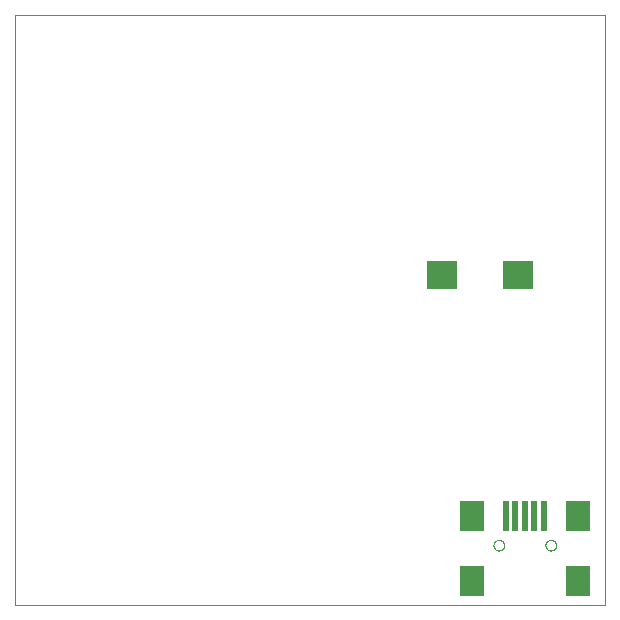
<source format=gtp>
G75*
%MOIN*%
%OFA0B0*%
%FSLAX25Y25*%
%IPPOS*%
%LPD*%
%AMOC8*
5,1,8,0,0,1.08239X$1,22.5*
%
%ADD10C,0.00000*%
%ADD11R,0.10236X0.09449*%
%ADD12R,0.01969X0.09843*%
%ADD13R,0.07874X0.09843*%
D10*
X0001800Y0023186D02*
X0001800Y0220037D01*
X0198650Y0220037D01*
X0198650Y0023186D01*
X0001800Y0023186D01*
X0161367Y0043186D02*
X0161369Y0043270D01*
X0161375Y0043353D01*
X0161385Y0043436D01*
X0161399Y0043519D01*
X0161416Y0043601D01*
X0161438Y0043682D01*
X0161463Y0043761D01*
X0161492Y0043840D01*
X0161525Y0043917D01*
X0161561Y0043992D01*
X0161601Y0044066D01*
X0161644Y0044138D01*
X0161691Y0044207D01*
X0161741Y0044274D01*
X0161794Y0044339D01*
X0161850Y0044401D01*
X0161908Y0044461D01*
X0161970Y0044518D01*
X0162034Y0044571D01*
X0162101Y0044622D01*
X0162170Y0044669D01*
X0162241Y0044714D01*
X0162314Y0044754D01*
X0162389Y0044791D01*
X0162466Y0044825D01*
X0162544Y0044855D01*
X0162623Y0044881D01*
X0162704Y0044904D01*
X0162786Y0044922D01*
X0162868Y0044937D01*
X0162951Y0044948D01*
X0163034Y0044955D01*
X0163118Y0044958D01*
X0163202Y0044957D01*
X0163285Y0044952D01*
X0163369Y0044943D01*
X0163451Y0044930D01*
X0163533Y0044914D01*
X0163614Y0044893D01*
X0163695Y0044869D01*
X0163773Y0044841D01*
X0163851Y0044809D01*
X0163927Y0044773D01*
X0164001Y0044734D01*
X0164073Y0044692D01*
X0164143Y0044646D01*
X0164211Y0044597D01*
X0164276Y0044545D01*
X0164339Y0044490D01*
X0164399Y0044432D01*
X0164457Y0044371D01*
X0164511Y0044307D01*
X0164563Y0044241D01*
X0164611Y0044173D01*
X0164656Y0044102D01*
X0164697Y0044029D01*
X0164736Y0043955D01*
X0164770Y0043879D01*
X0164801Y0043801D01*
X0164828Y0043722D01*
X0164852Y0043641D01*
X0164871Y0043560D01*
X0164887Y0043478D01*
X0164899Y0043395D01*
X0164907Y0043311D01*
X0164911Y0043228D01*
X0164911Y0043144D01*
X0164907Y0043061D01*
X0164899Y0042977D01*
X0164887Y0042894D01*
X0164871Y0042812D01*
X0164852Y0042731D01*
X0164828Y0042650D01*
X0164801Y0042571D01*
X0164770Y0042493D01*
X0164736Y0042417D01*
X0164697Y0042343D01*
X0164656Y0042270D01*
X0164611Y0042199D01*
X0164563Y0042131D01*
X0164511Y0042065D01*
X0164457Y0042001D01*
X0164399Y0041940D01*
X0164339Y0041882D01*
X0164276Y0041827D01*
X0164211Y0041775D01*
X0164143Y0041726D01*
X0164073Y0041680D01*
X0164001Y0041638D01*
X0163927Y0041599D01*
X0163851Y0041563D01*
X0163773Y0041531D01*
X0163695Y0041503D01*
X0163614Y0041479D01*
X0163533Y0041458D01*
X0163451Y0041442D01*
X0163369Y0041429D01*
X0163285Y0041420D01*
X0163202Y0041415D01*
X0163118Y0041414D01*
X0163034Y0041417D01*
X0162951Y0041424D01*
X0162868Y0041435D01*
X0162786Y0041450D01*
X0162704Y0041468D01*
X0162623Y0041491D01*
X0162544Y0041517D01*
X0162466Y0041547D01*
X0162389Y0041581D01*
X0162314Y0041618D01*
X0162241Y0041658D01*
X0162170Y0041703D01*
X0162101Y0041750D01*
X0162034Y0041801D01*
X0161970Y0041854D01*
X0161908Y0041911D01*
X0161850Y0041971D01*
X0161794Y0042033D01*
X0161741Y0042098D01*
X0161691Y0042165D01*
X0161644Y0042234D01*
X0161601Y0042306D01*
X0161561Y0042380D01*
X0161525Y0042455D01*
X0161492Y0042532D01*
X0161463Y0042611D01*
X0161438Y0042690D01*
X0161416Y0042771D01*
X0161399Y0042853D01*
X0161385Y0042936D01*
X0161375Y0043019D01*
X0161369Y0043102D01*
X0161367Y0043186D01*
X0178689Y0043186D02*
X0178691Y0043270D01*
X0178697Y0043353D01*
X0178707Y0043436D01*
X0178721Y0043519D01*
X0178738Y0043601D01*
X0178760Y0043682D01*
X0178785Y0043761D01*
X0178814Y0043840D01*
X0178847Y0043917D01*
X0178883Y0043992D01*
X0178923Y0044066D01*
X0178966Y0044138D01*
X0179013Y0044207D01*
X0179063Y0044274D01*
X0179116Y0044339D01*
X0179172Y0044401D01*
X0179230Y0044461D01*
X0179292Y0044518D01*
X0179356Y0044571D01*
X0179423Y0044622D01*
X0179492Y0044669D01*
X0179563Y0044714D01*
X0179636Y0044754D01*
X0179711Y0044791D01*
X0179788Y0044825D01*
X0179866Y0044855D01*
X0179945Y0044881D01*
X0180026Y0044904D01*
X0180108Y0044922D01*
X0180190Y0044937D01*
X0180273Y0044948D01*
X0180356Y0044955D01*
X0180440Y0044958D01*
X0180524Y0044957D01*
X0180607Y0044952D01*
X0180691Y0044943D01*
X0180773Y0044930D01*
X0180855Y0044914D01*
X0180936Y0044893D01*
X0181017Y0044869D01*
X0181095Y0044841D01*
X0181173Y0044809D01*
X0181249Y0044773D01*
X0181323Y0044734D01*
X0181395Y0044692D01*
X0181465Y0044646D01*
X0181533Y0044597D01*
X0181598Y0044545D01*
X0181661Y0044490D01*
X0181721Y0044432D01*
X0181779Y0044371D01*
X0181833Y0044307D01*
X0181885Y0044241D01*
X0181933Y0044173D01*
X0181978Y0044102D01*
X0182019Y0044029D01*
X0182058Y0043955D01*
X0182092Y0043879D01*
X0182123Y0043801D01*
X0182150Y0043722D01*
X0182174Y0043641D01*
X0182193Y0043560D01*
X0182209Y0043478D01*
X0182221Y0043395D01*
X0182229Y0043311D01*
X0182233Y0043228D01*
X0182233Y0043144D01*
X0182229Y0043061D01*
X0182221Y0042977D01*
X0182209Y0042894D01*
X0182193Y0042812D01*
X0182174Y0042731D01*
X0182150Y0042650D01*
X0182123Y0042571D01*
X0182092Y0042493D01*
X0182058Y0042417D01*
X0182019Y0042343D01*
X0181978Y0042270D01*
X0181933Y0042199D01*
X0181885Y0042131D01*
X0181833Y0042065D01*
X0181779Y0042001D01*
X0181721Y0041940D01*
X0181661Y0041882D01*
X0181598Y0041827D01*
X0181533Y0041775D01*
X0181465Y0041726D01*
X0181395Y0041680D01*
X0181323Y0041638D01*
X0181249Y0041599D01*
X0181173Y0041563D01*
X0181095Y0041531D01*
X0181017Y0041503D01*
X0180936Y0041479D01*
X0180855Y0041458D01*
X0180773Y0041442D01*
X0180691Y0041429D01*
X0180607Y0041420D01*
X0180524Y0041415D01*
X0180440Y0041414D01*
X0180356Y0041417D01*
X0180273Y0041424D01*
X0180190Y0041435D01*
X0180108Y0041450D01*
X0180026Y0041468D01*
X0179945Y0041491D01*
X0179866Y0041517D01*
X0179788Y0041547D01*
X0179711Y0041581D01*
X0179636Y0041618D01*
X0179563Y0041658D01*
X0179492Y0041703D01*
X0179423Y0041750D01*
X0179356Y0041801D01*
X0179292Y0041854D01*
X0179230Y0041911D01*
X0179172Y0041971D01*
X0179116Y0042033D01*
X0179063Y0042098D01*
X0179013Y0042165D01*
X0178966Y0042234D01*
X0178923Y0042306D01*
X0178883Y0042380D01*
X0178847Y0042455D01*
X0178814Y0042532D01*
X0178785Y0042611D01*
X0178760Y0042690D01*
X0178738Y0042771D01*
X0178721Y0042853D01*
X0178707Y0042936D01*
X0178697Y0043019D01*
X0178691Y0043102D01*
X0178689Y0043186D01*
D11*
X0169398Y0133186D03*
X0144202Y0133186D03*
D12*
X0165501Y0053029D03*
X0168650Y0053029D03*
X0171800Y0053029D03*
X0174950Y0053029D03*
X0178099Y0053029D03*
D13*
X0189517Y0053029D03*
X0189517Y0031375D03*
X0154083Y0031375D03*
X0154083Y0053029D03*
M02*

</source>
